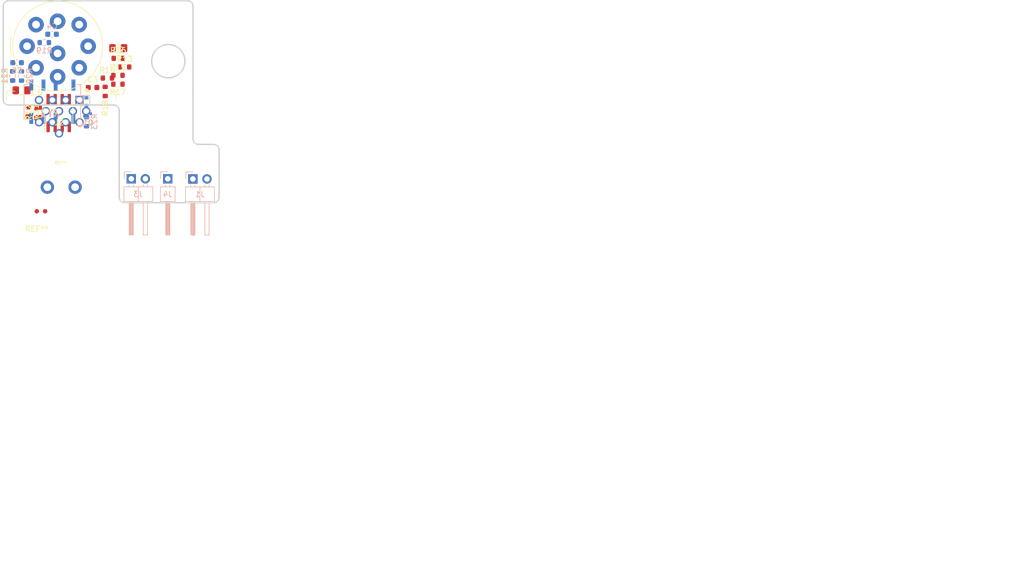
<source format=kicad_pcb>
(kicad_pcb (version 20211014) (generator pcbnew)
  (title_block (title "Ultra-Midi") (rev "A-A"))
  (layers (0 "F.Cu" signal) (1 "In1.Cu" signal) (2 "In2.Cu" signal) (31 "B.Cu" signal) (34 "B.Paste" user) (35 "F.Paste" user) (36 "B.SilkS" user "B.Silkscreen") (37 "F.SilkS" user "F.Silkscreen") (38 "B.Mask" user) (39 "F.Mask" user) (44 "Edge.Cuts" user))
  (net 0 "")
  (net 1 "GND")
  (net 2 "Net-(C2-Pad1)")
  (net 3 "/CAS_I")
  (net 4 "Net-(C3-Pad2)")
  (net 5 "+5V")
  (net 6 "Net-(C5-Pad1)")
  (net 7 "Net-(C6-Pad1)")
  (net 8 "Net-(C4-Pad1)")
  (net 9 "/CAS_OUT")
  (net 10 "Net-(D1-Pad2)")
  (net 11 "/CAS_O")
  (net 12 "/RY_5V")
  (net 13 "/N_O")
  (net 14 "Net-(J2-Pad8)")
  (net 15 "Net-(Q1-Pad1)")
  (net 16 "/CAS_IN")
  (net 17 "Net-(R12-Pad1)")
  (net 18 "Net-(R14-Pad1)")
  (net 19 "/CAS_MOT")
  (footprint "LRJ:TestPoint_Bridge_Pitch1.5mm_Pad0.8mm" (layer "F.Cu") (at -4.4 33.55)
    (fp_text reference "REF**" (at 0 3.2) (layer "F.SilkS"))
    (fp_text value "TestPoint_Bridge_Pitch1.5mm_Pad0.8mm" hide)
    (pad "1" smd circle (at 0 0) (size 0.8 0.8) (property pad_prop_testpoint) (layers "F.Cu" "F.Paste" "F.Mask"))
    (pad "2" smd circle (at 1.5 0) (size 0.8 0.8) (property pad_prop_testpoint) (layers "F.Cu" "F.Paste" "F.Mask"))
  )
  (footprint "LRJ:Jack_DIN_CUI_SD-80BV_Vertical" (layer "F.Cu") (at -0.65 3.8)
    (fp_text reference "J2" (at 0.295 13.75) (layer "F.SilkS"))
    (fp_text value "DIN-8_SD-80BV" hide)
    (fp_arc (start -8.323502 1.8) (mid -8.539021 0) (end -8.323502 -1.8) (layer "F.SilkS") (width 0.12))
    (fp_circle (center 0 0) (end 8.1 0) (layer "F.SilkS") (width 0.12) (fill none))
    (pad "1" thru_hole circle (at -5.5 0) (size 2.8 2.8) (drill 1.4) (layers *.Cu *.Mask) (net 1 "GND"))
    (pad "2" thru_hole circle (at 0 5.5) (size 2.8 2.8) (drill 1.4) (layers *.Cu *.Mask) (net 1 "GND"))
    (pad "3" thru_hole circle (at 5.5 0) (size 2.8 2.8) (drill 1.4) (layers *.Cu *.Mask) (net 1 "GND"))
    (pad "4" thru_hole circle (at -3.889087 3.889087) (size 2.8 2.8) (drill 1.4) (layers *.Cu *.Mask) (net 11 "/CAS_O"))
    (pad "5" thru_hole circle (at 3.889087 3.889087) (size 2.8 2.8) (drill 1.4) (layers *.Cu *.Mask) (net 3 "/CAS_I"))
    (pad "6" thru_hole circle (at -3.889087 -3.889087) (size 2.8 2.8) (drill 1.4) (layers *.Cu *.Mask) (net 12 "/RY_5V"))
    (pad "7" thru_hole circle (at 3.889087 -3.889087) (size 2.8 2.8) (drill 1.4) (layers *.Cu *.Mask) (net 13 "/N_O"))
    (pad "8" thru_hole circle (at 0 1.3) (size 2.8 2.8) (drill 1.4) (layers *.Cu *.Mask) (net 14 "Net-(J2-Pad8)"))
    (pad "SH" thru_hole circle (at 0 -4.5) (size 2.8 2.8) (drill 1.4) (layers *.Cu *.Mask) (net 8 "Net-(C4-Pad1)"))
  )
  (footprint "LRJ:DIN1648_R_13P_Female_Circular_Horizontal_THT" (layer "F.Cu") (at 0 22)
    (fp_text reference "REF**" (at -0.1 2.8) (layer "F.SilkS") (effects (font (size 0.5 0.5) (thickness 0.1))))
    (fp_text value "DIN1648_R_13P_Female_Circular_Horizontal_THT" hide)
    (fp_line (start -9.85 -10.1) (end -9.85 -8.6) (layer "F.SilkS") (width 0.12))
    (fp_line (start 9.85 -10.1) (end 9.85 -8.6) (layer "F.SilkS") (width 0.12))
    (fp_line (start 8.35 -10.1) (end 9.85 -10.1) (layer "F.SilkS") (width 0.12))
    (fp_line (start -9.85 -10.1) (end -8.35 -10.1) (layer "F.SilkS") (width 0.12))
    (fp_circle (center 4.6 -10.2) (end 4.8 -10.2) (layer "F.SilkS") (width 0.4) (fill none))
    (pad "1" thru_hole rect (at 3.3 -8.5) (size 1.508 1.508) (drill 1) (layers *.Cu *.Mask))
    (pad "2" thru_hole circle (at 0.8 -8.5) (size 1.508 1.508) (drill 1) (layers *.Cu *.Mask))
    (pad "3" thru_hole circle (at -1.6 -8.5) (size 1.508 1.508) (drill 1) (layers *.Cu *.Mask))
    (pad "4" thru_hole circle (at -4 -8.5) (size 1.508 1.508) (drill 1) (layers *.Cu *.Mask))
    (pad "5" thru_hole circle (at 4.5 -6.5) (size 1.508 1.508) (drill 1) (layers *.Cu *.Mask))
    (pad "6" thru_hole circle (at 2.1 -6.5) (size 1.508 1.508) (drill 1) (layers *.Cu *.Mask))
    (pad "7" thru_hole circle (at -0.4 -6.5) (size 1.508 1.508) (drill 1) (layers *.Cu *.Mask))
    (pad "8" thru_hole circle (at -2.8 -6.5) (size 1.508 1.508) (drill 1) (layers *.Cu *.Mask))
    (pad "9" thru_hole circle (at 3.3 -4.5) (size 1.508 1.508) (drill 1) (layers *.Cu *.Mask))
    (pad "10" thru_hole circle (at 0.8 -4.5) (size 1.508 1.508) (drill 1) (layers *.Cu *.Mask))
    (pad "11" thru_hole circle (at -1.6 -4.5) (size 1.508 1.508) (drill 1) (layers *.Cu *.Mask))
    (pad "12" thru_hole circle (at -4 -4.5) (size 1.508 1.508) (drill 1) (layers *.Cu *.Mask))
    (pad "13" thru_hole circle (at -0.4 -2.5) (size 1.508 1.508) (drill 1) (layers *.Cu *.Mask))
    (pad "SH" thru_hole circle (at -2.5 7.2) (size 2.4 2.4) (drill 1.4) (layers *.Cu *.Mask))
    (pad "SH" thru_hole circle (at 2.5 7.2) (size 2.4 2.4) (drill 1.4) (layers *.Cu *.Mask))
  )
  (footprint "Resistor_SMD:R_0805_2012Metric" (layer "F.Cu") (at -4.18 15.8 90)
    (fp_text reference "R12" (at 0 -1.65 90) (layer "F.SilkS"))
    (fp_text value "R" hide)
    (fp_line (start -0.227064 0.735) (end 0.227064 0.735) (layer "F.SilkS") (width 0.12))
    (fp_line (start -0.227064 -0.735) (end 0.227064 -0.735) (layer "F.SilkS") (width 0.12))
    (pad "1" smd roundrect (at -0.9125 0 90) (size 1.025 1.4) (layers "F.Cu" "F.Paste" "F.Mask") (roundrect_rratio 0.243902) (net 17 "Net-(R12-Pad1)"))
    (pad "2" smd roundrect (at 0.9125 0 90) (size 1.025 1.4) (layers "F.Cu" "F.Paste" "F.Mask") (roundrect_rratio 0.243902) (net 16 "/CAS_IN"))
  )
  (footprint "Resistor_SMD:R_0603_1608Metric" (layer "F.Cu") (at -5.985 15.62 -90)
    (fp_text reference "R11" (at 0 -1.43 90) (layer "F.SilkS"))
    (fp_text value "R" hide)
    (fp_line (start -0.237258 -0.5225) (end 0.237258 -0.5225) (layer "F.SilkS") (width 0.12))
    (fp_line (start -0.237258 0.5225) (end 0.237258 0.5225) (layer "F.SilkS") (width 0.12))
    (pad "1" smd roundrect (at -0.825 0 270) (size 0.8 0.95) (layers "F.Cu" "F.Paste" "F.Mask") (net 16 "/CAS_IN"))
    (pad "2" smd roundrect (at 0.825 0 270) (size 0.8 0.95) (layers "F.Cu" "F.Paste" "F.Mask") (net 5 "+5V"))
  )
  (footprint "Capacitor_SMD:C_0805_2012Metric_Pad1.18x1.45mm_HandSolder" (layer "F.Cu") (at 10.2825 4.15)
    (fp_text reference "C2" (at 0 0.32) (layer "F.SilkS"))
    (fp_text value "C_GRM21BR71A106KA73K" hide)
    (fp_line (start -0.261252 0.735) (end 0.261252 0.735) (layer "F.SilkS") (width 0.12))
    (fp_line (start -0.261252 -0.735) (end 0.261252 -0.735) (layer "F.SilkS") (width 0.12))
    (pad "1" smd roundrect (at -1.0375 0) (size 1.175 1.45) (layers "F.Cu" "F.Paste" "F.Mask") (roundrect_rratio 0.212766) (net 2 "Net-(C2-Pad1)"))
    (pad "2" smd roundrect (at 1.0375 0) (size 1.175 1.45) (layers "F.Cu" "F.Paste" "F.Mask") (roundrect_rratio 0.212766) (net 1 "GND"))
  )
  (footprint "Capacitor_SMD:C_0603_1608Metric" (layer "F.Cu") (at 5.645 11.25)
    (fp_text reference "C3" (at 0 -1.43) (layer "F.SilkS"))
    (fp_text value "C" hide)
    (fp_line (start -0.14058 -0.51) (end 0.14058 -0.51) (layer "F.SilkS") (width 0.12))
    (fp_line (start -0.14058 0.51) (end 0.14058 0.51) (layer "F.SilkS") (width 0.12))
    (pad "1" smd roundrect (at -0.775 0) (size 0.9 0.95) (layers "F.Cu" "F.Paste" "F.Mask") (net 3 "/CAS_I"))
    (pad "2" smd roundrect (at 0.775 0) (size 0.9 0.95) (layers "F.Cu" "F.Paste" "F.Mask") (net 4 "Net-(C3-Pad2)"))
  )
  (footprint "Resistor_SMD:R_0603_1608Metric" (layer "F.Cu") (at 10.22 9.05)
    (fp_text reference "R15" (at 0 -1.43) (layer "F.SilkS"))
    (fp_text value "R" hide)
    (fp_line (start -0.237258 0.5225) (end 0.237258 0.5225) (layer "F.SilkS") (width 0.12))
    (fp_line (start -0.237258 -0.5225) (end 0.237258 -0.5225) (layer "F.SilkS") (width 0.12))
    (pad "1" smd roundrect (at -0.825 0) (size 0.8 0.95) (layers "F.Cu" "F.Paste" "F.Mask") (net 2 "Net-(C2-Pad1)"))
    (pad "2" smd roundrect (at 0.825 0) (size 0.8 0.95) (layers "F.Cu" "F.Paste" "F.Mask") (net 5 "+5V"))
  )
  (footprint "Capacitor_SMD:C_0805_2012Metric_Pad1.18x1.45mm_HandSolder" (layer "F.Cu") (at -7.155 11.75)
    (fp_text reference "C6" (at 2.8 0.4) (layer "F.SilkS"))
    (fp_text value "C_CL21B105KBFNNNF" hide)
    (fp_line (start -0.261252 -0.735) (end 0.261252 -0.735) (layer "F.SilkS") (width 0.12))
    (fp_line (start -0.261252 0.735) (end 0.261252 0.735) (layer "F.SilkS") (width 0.12))
    (pad "1" smd roundrect (at -1.0375 0) (size 1.175 1.45) (layers "F.Cu" "F.Paste" "F.Mask") (roundrect_rratio 0.212766) (net 7 "Net-(C6-Pad1)"))
    (pad "2" smd roundrect (at 1.0375 0) (size 1.175 1.45) (layers "F.Cu" "F.Paste" "F.Mask") (roundrect_rratio 0.212766) (net 9 "/CAS_OUT"))
  )
  (footprint "Resistor_SMD:R_0603_1608Metric" (layer "F.Cu") (at 7.92 11.95 90)
    (fp_text reference "R18" (at -3 0.025 90) (layer "F.SilkS"))
    (fp_text value "R" hide)
    (fp_line (start -0.237258 0.5225) (end 0.237258 0.5225) (layer "F.SilkS") (width 0.12))
    (fp_line (start -0.237258 -0.5225) (end 0.237258 -0.5225) (layer "F.SilkS") (width 0.12))
    (pad "1" smd roundrect (at -0.825 0 90) (size 0.8 0.95) (layers "F.Cu" "F.Paste" "F.Mask") (net 18 "Net-(R14-Pad1)"))
    (pad "2" smd roundrect (at 0.825 0 90) (size 0.8 0.95) (layers "F.Cu" "F.Paste" "F.Mask") (net 4 "Net-(C3-Pad2)"))
  )
  (footprint "Resistor_SMD:R_0603_1608Metric" (layer "F.Cu") (at 8.32 9.55)
    (fp_text reference "R14" (at 0 -1.43) (layer "F.SilkS"))
    (fp_text value "R" hide)
    (fp_line (start -0.237258 0.5225) (end 0.237258 0.5225) (layer "F.SilkS") (width 0.12))
    (fp_line (start -0.237258 -0.5225) (end 0.237258 -0.5225) (layer "F.SilkS") (width 0.12))
    (pad "1" smd roundrect (at -0.825 0) (size 0.8 0.95) (layers "F.Cu" "F.Paste" "F.Mask") (net 18 "Net-(R14-Pad1)"))
    (pad "2" smd roundrect (at 0.825 0) (size 0.8 0.95) (layers "F.Cu" "F.Paste" "F.Mask") (net 2 "Net-(C2-Pad1)"))
  )
  (footprint "Package_SO:SOIC-8_3.9x4.9mm_P1.27mm" (layer "F.Cu") (at -0.455 15.85 90)
    (fp_text reference "U1" (at 0 -3.4 90) (layer "F.SilkS"))
    (fp_text value "LM211" hide)
    (fp_line (start 0 2.56) (end 1.95 2.56) (layer "F.SilkS") (width 0.12))
    (fp_line (start 0 -2.56) (end -3.45 -2.56) (layer "F.SilkS") (width 0.12))
    (fp_line (start 0 -2.56) (end 1.95 -2.56) (layer "F.SilkS") (width 0.12))
    (fp_line (start 0 2.56) (end -1.95 2.56) (layer "F.SilkS") (width 0.12))
    (pad "1" smd roundrect (at -2.475 -1.905 90) (size 1.95 0.6) (layers "F.Cu" "F.Paste" "F.Mask") (net 1 "GND"))
    (pad "2" smd roundrect (at -2.475 -0.635 90) (size 1.95 0.6) (layers "F.Cu" "F.Paste" "F.Mask") (net 17 "Net-(R12-Pad1)"))
    (pad "3" smd roundrect (at -2.475 0.635 90) (size 1.95 0.6) (layers "F.Cu" "F.Paste" "F.Mask") (net 18 "Net-(R14-Pad1)"))
    (pad "4" smd roundrect (at -2.475 1.905 90) (size 1.95 0.6) (layers "F.Cu" "F.Paste" "F.Mask") (net 1 "GND"))
    (pad "5" smd roundrect (at 2.475 1.905 90) (size 1.95 0.6) (layers "F.Cu" "F.Paste" "F.Mask"))
    (pad "6" smd roundrect (at 2.475 0.635 90) (size 1.95 0.6) (layers "F.Cu" "F.Paste" "F.Mask"))
    (pad "7" smd roundrect (at 2.475 -0.635 90) (size 1.95 0.6) (layers "F.Cu" "F.Paste" "F.Mask") (net 16 "/CAS_IN"))
    (pad "8" smd roundrect (at 2.475 -1.905 90) (size 1.95 0.6) (layers "F.Cu" "F.Paste" "F.Mask") (net 5 "+5V"))
  )
  (footprint "Resistor_SMD:R_0603_1608Metric" (layer "F.Cu") (at -8.755 9.15 90)
    (fp_text reference "R22" (at 0 -1.43 90) (layer "F.SilkS"))
    (fp_text value "R" hide)
    (fp_line (start -0.237258 0.5225) (end 0.237258 0.5225) (layer "F.SilkS") (width 0.12))
    (fp_line (start -0.237258 -0.5225) (end 0.237258 -0.5225) (layer "F.SilkS") (width 0.12))
    (pad "1" smd roundrect (at -0.825 0 90) (size 0.8 0.95) (layers "F.Cu" "F.Paste" "F.Mask") (net 7 "Net-(C6-Pad1)"))
    (pad "2" smd roundrect (at 0.825 0 90) (size 0.8 0.95) (layers "F.Cu" "F.Paste" "F.Mask") (net 6 "Net-(C5-Pad1)"))
  )
  (footprint "Resistor_SMD:R_0603_1608Metric" (layer "F.Cu") (at 10.22 10.65 180)
    (fp_text reference "R17" (at 0 -1.43) (layer "F.SilkS"))
    (fp_text value "R" hide)
    (fp_line (start -0.237258 0.5225) (end 0.237258 0.5225) (layer "F.SilkS") (width 0.12))
    (fp_line (start -0.237258 -0.5225) (end 0.237258 -0.5225) (layer "F.SilkS") (width 0.12))
    (pad "1" smd roundrect (at -0.825 0 180) (size 0.8 0.95) (layers "F.Cu" "F.Paste" "F.Mask") (net 5 "+5V"))
    (pad "2" smd roundrect (at 0.825 0 180) (size 0.8 0.95) (layers "F.Cu" "F.Paste" "F.Mask") (net 18 "Net-(R14-Pad1)"))
  )
  (footprint "Resistor_SMD:R_0603_1608Metric" (layer "F.Cu") (at 10.2825 5.99)
    (fp_text reference "R16" (at 0 -1.43) (layer "F.SilkS"))
    (fp_text value "R" hide)
    (fp_line (start -0.237258 -0.5225) (end 0.237258 -0.5225) (layer "F.SilkS") (width 0.12))
    (fp_line (start -0.237258 0.5225) (end 0.237258 0.5225) (layer "F.SilkS") (width 0.12))
    (pad "1" smd roundrect (at -0.825 0) (size 0.8 0.95) (layers "F.Cu" "F.Paste" "F.Mask") (net 2 "Net-(C2-Pad1)"))
    (pad "2" smd roundrect (at 0.825 0) (size 0.8 0.95) (layers "F.Cu" "F.Paste" "F.Mask") (net 1 "GND"))
  )
  (footprint "Resistor_SMD:R_0603_1608Metric" (layer "F.Cu") (at 11.42 7.55)
    (fp_text reference "R13" (at 0 -1.43) (layer "F.SilkS"))
    (fp_text value "R" hide)
    (fp_line (start -0.237258 0.5225) (end 0.237258 0.5225) (layer "F.SilkS") (width 0.12))
    (fp_line (start -0.237258 -0.5225) (end 0.237258 -0.5225) (layer "F.SilkS") (width 0.12))
    (pad "1" smd roundrect (at -0.825 0) (size 0.8 0.95) (layers "F.Cu" "F.Paste" "F.Mask") (net 2 "Net-(C2-Pad1)"))
    (pad "2" smd roundrect (at 0.825 0) (size 0.8 0.95) (layers "F.Cu" "F.Paste" "F.Mask") (net 17 "Net-(R12-Pad1)"))
  )
  (footprint "Package_TO_SOT_SMD:SOT-723" (layer "B.Cu") (at 4.75 16)
    (fp_text reference "Q1" (at 0.1 1.6) (layer "B.SilkS") (effects (justify mirror)))
    (fp_text value "MMBT2907AM3T5G" hide)
    (fp_line (start 0.3 -0.7) (end -0.3 -0.7) (layer "B.SilkS") (width 0.12))
    (fp_line (start 0.5 0.7) (end -0.7 0.7) (layer "B.SilkS") (width 0.12))
    (fp_line (start -0.7 0.7) (end -0.7 0.7) (layer "B.SilkS") (width 0.12))
    (pad "1" smd rect (at -0.575 0.4) (size 0.45 0.4) (layers "B.Cu" "B.Paste" "B.Mask") (net 15 "Net-(Q1-Pad1)"))
    (pad "2" smd rect (at -0.575 -0.4) (size 0.45 0.4) (layers "B.Cu" "B.Paste" "B.Mask") (net 10 "Net-(D1-Pad2)"))
    (pad "3" smd rect (at 0.575 0) (size 0.45 0.5) (layers "B.Cu" "B.Paste" "B.Mask") (net 1 "GND"))
  )
  (footprint "Resistor_SMD:R_0603_1608Metric" (layer "B.Cu") (at -8.755 9.175 -90)
    (fp_text reference "R21" (at 0 1.43 90) (layer "B.SilkS") (effects (justify mirror)))
    (fp_text value "R" hide)
    (fp_line (start -0.237258 0.5225) (end 0.237258 0.5225) (layer "B.SilkS") (width 0.12))
    (fp_line (start -0.237258 -0.5225) (end 0.237258 -0.5225) (layer "B.SilkS") (width 0.12))
    (pad "1" smd roundrect (at -0.825 0 270) (size 0.8 0.95) (layers "B.Cu" "B.Paste" "B.Mask") (net 6 "Net-(C5-Pad1)"))
    (pad "2" smd roundrect (at 0.825 0 270) (size 0.8 0.95) (layers "B.Cu" "B.Paste" "B.Mask") (net 11 "/CAS_O"))
  )
  (footprint "Capacitor_SMD:C_0603_1608Metric" (layer "B.Cu") (at -1.655 1.65 180)
    (fp_text reference "C4" (at 0 1.43) (layer "B.SilkS") (effects (justify mirror)))
    (fp_text value "0.1uF" hide)
    (fp_line (start -0.14058 -0.51) (end 0.14058 -0.51) (layer "B.SilkS") (width 0.12))
    (fp_line (start -0.14058 0.51) (end 0.14058 0.51) (layer "B.SilkS") (width 0.12))
    (pad "1" smd roundrect (at -0.775 0 180) (size 0.9 0.95) (layers "B.Cu" "B.Paste" "B.Mask") (net 8 "Net-(C4-Pad1)"))
    (pad "2" smd roundrect (at 0.775 0 180) (size 0.9 0.95) (layers "B.Cu" "B.Paste" "B.Mask") (net 1 "GND"))
  )
  (footprint "Connector_PinHeader_2.54mm:PinHeader_1x02_P2.54mm_Horizontal" (layer "B.Cu") (at 23.725 27.725 -90)
    (fp_text reference "J1" (at 2.77 -1.27) (layer "B.SilkS") (effects (justify mirror)))
    (fp_text value "Conn_01x02" hide)
    (fp_line (start 4.1 -0.04) (end 10.1 -0.04) (layer "B.SilkS") (width 0.12))
    (fp_line (start 1.042929 -2.16) (end 1.44 -2.16) (layer "B.SilkS") (width 0.12))
    (fp_line (start -1.27 1.27) (end 0 1.27) (layer "B.SilkS") (width 0.12))
    (fp_line (start 4.1 0.38) (end 10.1 0.38) (layer "B.SilkS") (width 0.12))
    (fp_line (start 10.1 -2.16) (end 10.1 -2.92) (layer "B.SilkS") (width 0.12))
    (fp_line (start 1.11 -0.38) (end 1.44 -0.38) (layer "B.SilkS") (width 0.12))
    (fp_line (start 10.1 -2.92) (end 4.1 -2.92) (layer "B.SilkS") (width 0.12))
    (fp_line (start -1.27 0) (end -1.27 1.27) (layer "B.SilkS") (width 0.12))
    (fp_line (start 1.44 1.33) (end 1.44 -3.87) (layer "B.SilkS") (width 0.12))
    (fp_line (start 4.1 0.08) (end 10.1 0.08) (layer "B.SilkS") (width 0.12))
    (fp_line (start 4.1 0.2) (end 10.1 0.2) (layer "B.SilkS") (width 0.12))
    (fp_line (start 4.1 1.33) (end 1.44 1.33) (layer "B.SilkS") (width 0.12))
    (fp_line (start 4.1 0.32) (end 10.1 0.32) (layer "B.SilkS") (width 0.12))
    (fp_line (start 1.042929 -2.92) (end 1.44 -2.92) (layer "B.SilkS") (width 0.12))
    (fp_line (start 4.1 -3.87) (end 4.1 1.33) (layer "B.SilkS") (width 0.12))
    (fp_line (start 1.44 -3.87) (end 4.1 -3.87) (layer "B.SilkS") (width 0.12))
    (fp_line (start 10.1 0.38) (end 10.1 -0.38) (layer "B.SilkS") (width 0.12))
    (fp_line (start 10.1 -0.38) (end 4.1 -0.38) (layer "B.SilkS") (width 0.12))
    (fp_line (start 1.44 -1.27) (end 4.1 -1.27) (layer "B.SilkS") (width 0.12))
    (fp_line (start 1.11 0.38) (end 1.44 0.38) (layer "B.SilkS") (width 0.12))
    (fp_line (start 4.1 -0.28) (end 10.1 -0.28) (layer "B.SilkS") (width 0.12))
    (fp_line (start 4.1 -0.16) (end 10.1 -0.16) (layer "B.SilkS") (width 0.12))
    (fp_line (start 4.1 -2.16) (end 10.1 -2.16) (layer "B.SilkS") (width 0.12))
    (pad "1" thru_hole rect (at 0 0 270) (size 1.7 1.7) (drill 1) (layers *.Cu *.Mask) (net 16 "/CAS_IN"))
    (pad "2" thru_hole oval (at 0 -2.54 270) (size 1.7 1.7) (drill 1) (layers *.Cu *.Mask) (net 1 "GND"))
  )
  (footprint "LRJ:Relay_DPDT_AXICOM_IMSeries_GullWing" (layer "B.Cu") (at -1.6 13.8045 180)
    (fp_text reference "RY1" (at 0.368 -2.079) (layer "B.SilkS") (effects (font (size 1.27 1.27) (thickness 0.254)) (justify mirror)))
    (fp_text value "TE_IM43GR" hide)
    (fp_line (start 5.1 3.1) (end 4.35 3.1) (layer "B.SilkS") (width 0.12))
    (fp_line (start -5.1 3.1) (end -4.35 3.1) (layer "B.SilkS") (width 0.12))
    (fp_line (start -5.1 3.1) (end -5.1 -3.1) (layer "B.SilkS") (width 0.12))
    (fp_line (start 5.1 3.1) (end 5.1 -3.1) (layer "B.SilkS") (width 0.12))
    (fp_line (start 5.1 -3.1) (end 4.35 -3.1) (layer "B.SilkS") (width 0.12))
    (fp_line (start -5.1 -3.1) (end -4.35 -3.1) (layer "B.SilkS") (width 0.12))
    (fp_circle (center -5 -4.091) (end -4.6 -4.091) (layer "B.SilkS") (width 0.25) (fill solid))
    (pad "1" smd rect (at -3.8 -3 180) (size 0.7 2) (layers "B.Cu" "B.Paste" "B.Mask") (net 10 "Net-(D1-Pad2)"))
    (pad "2" smd rect (at -0.6 -3 180) (size 0.7 2) (layers "B.Cu" "B.Paste" "B.Mask"))
    (pad "3" smd rect (at 1.6 -3 180) (size 0.7 2) (layers "B.Cu" "B.Paste" "B.Mask"))
    (pad "4" smd rect (at 3.8 -3 180) (size 0.7 2) (layers "B.Cu" "B.Paste" "B.Mask"))
    (pad "5" smd rect (at 3.8 3 180) (size 0.7 2) (layers "B.Cu" "B.Paste" "B.Mask") (net 13 "/N_O"))
    (pad "6" smd rect (at 1.6 3 180) (size 0.7 2) (layers "B.Cu" "B.Paste" "B.Mask"))
    (pad "7" smd rect (at -0.6 3 180) (size 0.7 2) (layers "B.Cu" "B.Paste" "B.Mask") (net 12 "/RY_5V"))
    (pad "8" smd rect (at -3.8 3 180) (size 0.7 2) (layers "B.Cu" "B.Paste" "B.Mask") (net 5 "+5V"))
  )
  (footprint "Connector_PinHeader_2.54mm:PinHeader_1x01_P2.54mm_Horizontal" (layer "B.Cu") (at 19.2 27.7 -90)
    (fp_text reference "J4" (at 2.775 0.025) (layer "B.SilkS") (effects (justify mirror)))
    (fp_text value "Conn_01x01" hide)
    (fp_line (start -1.27 0) (end -1.27 1.27) (layer "B.SilkS") (width 0.12))
    (fp_line (start 4.1 0.32) (end 10.1 0.32) (layer "B.SilkS") (width 0.12))
    (fp_line (start 4.1 -0.28) (end 10.1 -0.28) (layer "B.SilkS") (width 0.12))
    (fp_line (start 1.44 -1.33) (end 4.1 -1.33) (layer "B.SilkS") (width 0.12))
    (fp_line (start 10.1 0.38) (end 10.1 -0.38) (layer "B.SilkS") (width 0.12))
    (fp_line (start 4.1 0.08) (end 10.1 0.08) (layer "B.SilkS") (width 0.12))
    (fp_line (start 10.1 -0.38) (end 4.1 -0.38) (layer "B.SilkS") (width 0.12))
    (fp_line (start 4.1 0.2) (end 10.1 0.2) (layer "B.SilkS") (width 0.12))
    (fp_line (start 1.44 1.33) (end 1.44 -1.33) (layer "B.SilkS") (width 0.12))
    (fp_line (start 4.1 1.33) (end 1.44 1.33) (layer "B.SilkS") (width 0.12))
    (fp_line (start 4.1 -1.33) (end 4.1 1.33) (layer "B.SilkS") (width 0.12))
    (fp_line (start 1.11 0.38) (end 1.44 0.38) (layer "B.SilkS") (width 0.12))
    (fp_line (start -1.27 1.27) (end 0 1.27) (layer "B.SilkS") (width 0.12))
    (fp_line (start 4.1 0.38) (end 10.1 0.38) (layer "B.SilkS") (width 0.12))
    (fp_line (start 4.1 -0.16) (end 10.1 -0.16) (layer "B.SilkS") (width 0.12))
    (fp_line (start 4.1 -0.04) (end 10.1 -0.04) (layer "B.SilkS") (width 0.12))
    (fp_line (start 1.11 -0.38) (end 1.44 -0.38) (layer "B.SilkS") (width 0.12))
    (pad "1" thru_hole rect (at 0 0 270) (size 1.7 1.7) (drill 1) (layers *.Cu *.Mask) (net 9 "/CAS_OUT"))
  )
  (footprint "Connector_PinHeader_2.54mm:PinHeader_1x02_P2.54mm_Horizontal" (layer "B.Cu") (at 12.625 27.7 -90)
    (fp_text reference "J3" (at 2.77 -1.27) (layer "B.SilkS") (effects (justify mirror)))
    (fp_text value "Conn_01x02" hide)
    (fp_line (start 4.1 1.33) (end 1.44 1.33) (layer "B.SilkS") (width 0.12))
    (fp_line (start 10.1 0.38) (end 10.1 -0.38) (layer "B.SilkS") (width 0.12))
    (fp_line (start 1.11 -0.38) (end 1.44 -0.38) (layer "B.SilkS") (width 0.12))
    (fp_line (start 1.042929 -2.16) (end 1.44 -2.16) (layer "B.SilkS") (width 0.12))
    (fp_line (start -1.27 0) (end -1.27 1.27) (layer "B.SilkS") (width 0.12))
    (fp_line (start 4.1 -2.16) (end 10.1 -2.16) (layer "B.SilkS") (width 0.12))
    (fp_line (start 4.1 0.08) (end 10.1 0.08) (layer "B.SilkS") (width 0.12))
    (fp_line (start 1.44 -1.27) (end 4.1 -1.27) (layer "B.SilkS") (width 0.12))
    (fp_line (start 4.1 -0.16) (end 10.1 -0.16) (layer "B.SilkS") (width 0.12))
    (fp_line (start 1.042929 -2.92) (end 1.44 -2.92) (layer "B.SilkS") (width 0.12))
    (fp_line (start 4.1 0.38) (end 10.1 0.38) (layer "B.SilkS") (width 0.12))
    (fp_line (start 4.1 -3.87) (end 4.1 1.33) (layer "B.SilkS") (width 0.12))
    (fp_line (start 4.1 0.2) (end 10.1 0.2) (layer "B.SilkS") (width 0.12))
    (fp_line (start 4.1 -0.04) (end 10.1 -0.04) (layer "B.SilkS") (width 0.12))
    (fp_line (start -1.27 1.27) (end 0 1.27) (layer "B.SilkS") (width 0.12))
    (fp_line (start 10.1 -2.92) (end 4.1 -2.92) (layer "B.SilkS") (width 0.12))
    (fp_line (start 4.1 0.32) (end 10.1 0.32) (layer "B.SilkS") (width 0.12))
    (fp_line (start 1.44 -3.87) (end 4.1 -3.87) (layer "B.SilkS") (width 0.12))
    (fp_line (start 1.11 0.38) (end 1.44 0.38) (layer "B.SilkS") (width 0.12))
    (fp_line (start 4.1 -0.28) (end 10.1 -0.28) (layer "B.SilkS") (width 0.12))
    (fp_line (start 1.44 1.33) (end 1.44 -3.87) (layer "B.SilkS") (width 0.12))
    (fp_line (start 10.1 -2.16) (end 10.1 -2.92) (layer "B.SilkS") (width 0.12))
    (fp_line (start 10.1 -0.38) (end 4.1 -0.38) (layer "B.SilkS") (width 0.12))
    (pad "1" thru_hole rect (at 0 0 270) (size 1.7 1.7) (drill 1) (layers *.Cu *.Mask) (net 19 "/CAS_MOT"))
    (pad "2" thru_hole oval (at 0 -2.54 270) (size 1.7 1.7) (drill 1) (layers *.Cu *.Mask) (net 5 "+5V"))
  )
  (footprint "Capacitor_SMD:C_0603_1608Metric" (layer "B.Cu") (at -7.955 6.775)
    (fp_text reference "C5" (at 0 1.43) (layer "B.SilkS") (effects (justify mirror)))
    (fp_text value "C" hide)
    (fp_line (start -0.14058 0.51) (end 0.14058 0.51) (layer "B.SilkS") (width 0.12))
    (fp_line (start -0.14058 -0.51) (end 0.14058 -0.51) (layer "B.SilkS") (width 0.12))
    (pad "1" smd roundrect (at -0.775 0) (size 0.9 0.95) (layers "B.Cu" "B.Paste" "B.Mask") (net 6 "Net-(C5-Pad1)"))
    (pad "2" smd roundrect (at 0.775 0) (size 0.9 0.95) (layers "B.Cu" "B.Paste" "B.Mask") (net 1 "GND"))
  )
  (footprint "Resistor_SMD:R_0603_1608Metric" (layer "B.Cu") (at -3.055 3.15)
    (fp_text reference "R19" (at 0 1.43) (layer "B.SilkS") (effects (justify mirror)))
    (fp_text value "R_ERJ-3GEYJ105V" hide)
    (fp_line (start -0.237258 -0.5225) (end 0.237258 -0.5225) (layer "B.SilkS") (width 0.12))
    (fp_line (start -0.237258 0.5225) (end 0.237258 0.5225) (layer "B.SilkS") (width 0.12))
    (pad "1" smd roundrect (at -0.825 0) (size 0.8 0.95) (layers "B.Cu" "B.Paste" "B.Mask") (net 1 "GND"))
    (pad "2" smd roundrect (at 0.825 0) (size 0.8 0.95) (layers "B.Cu" "B.Paste" "B.Mask") (net 14 "Net-(J2-Pad8)"))
  )
  (footprint "Resistor_SMD:R_0603_1608Metric" (layer "B.Cu") (at 4.55 17.4 90)
    (fp_text reference "R23" (at 0 1.43 90) (layer "B.SilkS") (effects (justify mirror)))
    (fp_text value "R" hide)
    (fp_line (start -0.237258 -0.5225) (end 0.237258 -0.5225) (layer "B.SilkS") (width 0.12))
    (fp_line (start -0.237258 0.5225) (end 0.237258 0.5225) (layer "B.SilkS") (width 0.12))
    (pad "1" smd roundrect (at -0.825 0 90) (size 0.8 0.95) (layers "B.Cu" "B.Paste" "B.Mask") (net 19 "/CAS_MOT"))
    (pad "2" smd roundrect (at 0.825 0 90) (size 0.8 0.95) (layers "B.Cu" "B.Paste" "B.Mask") (net 15 "Net-(Q1-Pad1)"))
  )
  (footprint "Resistor_SMD:R_0603_1608Metric" (layer "B.Cu") (at -7.155 9.175 90)
    (fp_text reference "R20" (at 0 1.43 90) (layer "B.SilkS") (effects (justify mirror)))
    (fp_text value "R" hide)
    (fp_line (start -0.237258 -0.5225) (end 0.237258 -0.5225) (layer "B.SilkS") (width 0.12))
    (fp_line (start -0.237258 0.5225) (end 0.237258 0.5225) (layer "B.SilkS") (width 0.12))
    (pad "1" smd roundrect (at -0.825 0 90) (size 0.8 0.95) (layers "B.Cu" "B.Paste" "B.Mask") (net 11 "/CAS_O"))
    (pad "2" smd roundrect (at 0.825 0 90) (size 0.8 0.95) (layers "B.Cu" "B.Paste" "B.Mask") (net 1 "GND"))
  )
  (footprint "Diode_SMD:D_SOD-523" (layer "B.Cu") (at 4.55 13.8 -90)
    (fp_text reference "D1" (at 0 1.3 90) (layer "B.SilkS") (effects (justify mirror)))
    (fp_text value "1N4148WT" hide)
    (fp_line (start 0.7 -0.6) (end -1.15 -0.6) (layer "B.SilkS") (width 0.12))
    (fp_line (start -1.15 0.6) (end -1.15 -0.6) (layer "B.SilkS") (width 0.12))
    (fp_line (start 0.7 0.6) (end -1.15 0.6) (layer "B.SilkS") (width 0.12))
    (pad "1" smd rect (at -0.7 0 90) (size 0.6 0.7) (layers "B.Cu" "B.Paste" "B.Mask") (net 5 "+5V"))
    (pad "2" smd rect (at 0.7 0 90) (size 0.6 0.7) (layers "B.Cu" "B.Paste" "B.Mask") (net 10 "Net-(D1-Pad2)"))
  )
  (gr_line (start 28.45 31) (end 28.45 22.5) (layer "Edge.Cuts") (width 0.25))
  (gr_line (start 23.75 20.5) (end 23.75 11.4) (layer "Edge.Cuts") (width 0.25))
  (gr_line (start 10.45 15.4) (end 10.45 31) (layer "Edge.Cuts") (width 0.25))
  (gr_line (start 27.45 21.5) (end 24.75 21.5) (layer "Edge.Cuts") (width 0.25))
  (gr_arc (start 24.75 21.5) (mid 24.042893 21.207107) (end 23.75 20.5) (layer "Edge.Cuts") (width 0.25))
  (gr_line (start -9.45 14.4) (end 9.45 14.4) (layer "Edge.Cuts") (width 0.25))
  (gr_circle (center 19.3 6.5) (end 19.3 9.5) (layer "Edge.Cuts") (width 0.25) (fill none))
  (gr_line (start 22.75 -4.4) (end -9.45 -4.4) (layer "Edge.Cuts") (width 0.25))
  (gr_arc (start 22.75 -4.4) (mid 23.457107 -4.107107) (end 23.75 -3.4) (layer "Edge.Cuts") (width 0.25))
  (gr_arc (start -9.45 14.4) (mid -10.157107 14.107107) (end -10.45 13.4) (layer "Edge.Cuts") (width 0.25))
  (gr_arc (start -10.45 -3.4) (mid -10.157107 -4.107107) (end -9.45 -4.4) (layer "Edge.Cuts") (width 0.25))
  (gr_line (start 11.45 32) (end 27.45 32) (layer "Edge.Cuts") (width 0.25))
  (gr_arc (start 28.45 31) (mid 28.157107 31.707107) (end 27.45 32) (layer "Edge.Cuts") (width 0.25))
  (gr_arc (start 11.45 32) (mid 10.742893 31.707107) (end 10.45 31) (layer "Edge.Cuts") (width 0.25))
  (gr_line (start -10.45 -3.4) (end -10.45 13.4) (layer "Edge.Cuts") (width 0.25))
  (gr_arc (start 9.45 14.4) (mid 10.157107 14.692893) (end 10.45 15.4) (layer "Edge.Cuts") (width 0.25))
  (gr_line (start 23.75 11.4) (end 23.75 -3.4) (layer "Edge.Cuts") (width 0.25))
  (gr_arc (start 27.45 21.5) (mid 28.157107 21.792893) (end 28.45 22.5) (layer "Edge.Cuts") (width 0.25))
)
</source>
